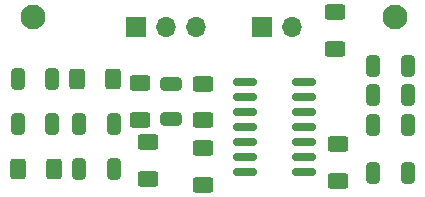
<source format=gts>
%TF.GenerationSoftware,KiCad,Pcbnew,(6.0.4)*%
%TF.CreationDate,2022-07-28T21:40:12+10:00*%
%TF.ProjectId,GSR Sensor,47535220-5365-46e7-936f-722e6b696361,rev?*%
%TF.SameCoordinates,Original*%
%TF.FileFunction,Soldermask,Top*%
%TF.FilePolarity,Negative*%
%FSLAX46Y46*%
G04 Gerber Fmt 4.6, Leading zero omitted, Abs format (unit mm)*
G04 Created by KiCad (PCBNEW (6.0.4)) date 2022-07-28 21:40:12*
%MOMM*%
%LPD*%
G01*
G04 APERTURE LIST*
G04 Aperture macros list*
%AMRoundRect*
0 Rectangle with rounded corners*
0 $1 Rounding radius*
0 $2 $3 $4 $5 $6 $7 $8 $9 X,Y pos of 4 corners*
0 Add a 4 corners polygon primitive as box body*
4,1,4,$2,$3,$4,$5,$6,$7,$8,$9,$2,$3,0*
0 Add four circle primitives for the rounded corners*
1,1,$1+$1,$2,$3*
1,1,$1+$1,$4,$5*
1,1,$1+$1,$6,$7*
1,1,$1+$1,$8,$9*
0 Add four rect primitives between the rounded corners*
20,1,$1+$1,$2,$3,$4,$5,0*
20,1,$1+$1,$4,$5,$6,$7,0*
20,1,$1+$1,$6,$7,$8,$9,0*
20,1,$1+$1,$8,$9,$2,$3,0*%
G04 Aperture macros list end*
%ADD10RoundRect,0.250000X-0.325000X-0.650000X0.325000X-0.650000X0.325000X0.650000X-0.325000X0.650000X0*%
%ADD11RoundRect,0.250000X-0.625000X0.400000X-0.625000X-0.400000X0.625000X-0.400000X0.625000X0.400000X0*%
%ADD12RoundRect,0.250000X-0.400000X-0.625000X0.400000X-0.625000X0.400000X0.625000X-0.400000X0.625000X0*%
%ADD13C,2.100000*%
%ADD14R,1.700000X1.700000*%
%ADD15O,1.700000X1.700000*%
%ADD16RoundRect,0.150000X-0.825000X-0.150000X0.825000X-0.150000X0.825000X0.150000X-0.825000X0.150000X0*%
%ADD17RoundRect,0.250000X0.400000X0.625000X-0.400000X0.625000X-0.400000X-0.625000X0.400000X-0.625000X0*%
%ADD18RoundRect,0.250000X0.325000X0.650000X-0.325000X0.650000X-0.325000X-0.650000X0.325000X-0.650000X0*%
%ADD19RoundRect,0.250000X-0.650000X0.325000X-0.650000X-0.325000X0.650000X-0.325000X0.650000X0.325000X0*%
G04 APERTURE END LIST*
D10*
%TO.C,C5*%
X156350000Y-99100000D03*
X159300000Y-99100000D03*
%TD*%
D11*
%TO.C,R4*%
X141900000Y-106050000D03*
X141900000Y-109150000D03*
%TD*%
%TO.C,R5*%
X153400000Y-105750000D03*
X153400000Y-108850000D03*
%TD*%
D12*
%TO.C,R6*%
X126250000Y-107800000D03*
X129350000Y-107800000D03*
%TD*%
D13*
%TO.C,REF*%
X158200000Y-95000000D03*
%TD*%
D14*
%TO.C,J1*%
X136275000Y-95800000D03*
D15*
X138815000Y-95800000D03*
X141355000Y-95800000D03*
%TD*%
D11*
%TO.C,R2*%
X137300000Y-105550000D03*
X137300000Y-108650000D03*
%TD*%
D13*
%TO.C,REF\u002A\u002A*%
X127500000Y-95000000D03*
%TD*%
D10*
%TO.C,C7*%
X156325000Y-108200000D03*
X159275000Y-108200000D03*
%TD*%
%TO.C,C2*%
X126225000Y-104000000D03*
X129175000Y-104000000D03*
%TD*%
%TO.C,C8*%
X131425000Y-107800000D03*
X134375000Y-107800000D03*
%TD*%
%TO.C,C6*%
X156350000Y-101600000D03*
X159300000Y-101600000D03*
%TD*%
%TO.C,C9*%
X131425000Y-104000000D03*
X134375000Y-104000000D03*
%TD*%
D16*
%TO.C,U3*%
X145525000Y-100490000D03*
X145525000Y-101760000D03*
X145525000Y-103030000D03*
X145525000Y-104300000D03*
X145525000Y-105570000D03*
X145525000Y-106840000D03*
X145525000Y-108110000D03*
X150475000Y-108110000D03*
X150475000Y-106840000D03*
X150475000Y-105570000D03*
X150475000Y-104300000D03*
X150475000Y-103030000D03*
X150475000Y-101760000D03*
X150475000Y-100490000D03*
%TD*%
D14*
%TO.C,J2*%
X146925000Y-95800000D03*
D15*
X149465000Y-95800000D03*
%TD*%
D17*
%TO.C,R7*%
X134350000Y-100200000D03*
X131250000Y-100200000D03*
%TD*%
D11*
%TO.C,R3*%
X141900000Y-100600000D03*
X141900000Y-103700000D03*
%TD*%
D18*
%TO.C,C4*%
X159300000Y-104100000D03*
X156350000Y-104100000D03*
%TD*%
D11*
%TO.C,R8*%
X153100000Y-94550000D03*
X153100000Y-97650000D03*
%TD*%
%TO.C,R1*%
X136600000Y-100550000D03*
X136600000Y-103650000D03*
%TD*%
D19*
%TO.C,C3*%
X139200000Y-100625000D03*
X139200000Y-103575000D03*
%TD*%
D10*
%TO.C,C1*%
X126225000Y-100200000D03*
X129175000Y-100200000D03*
%TD*%
M02*

</source>
